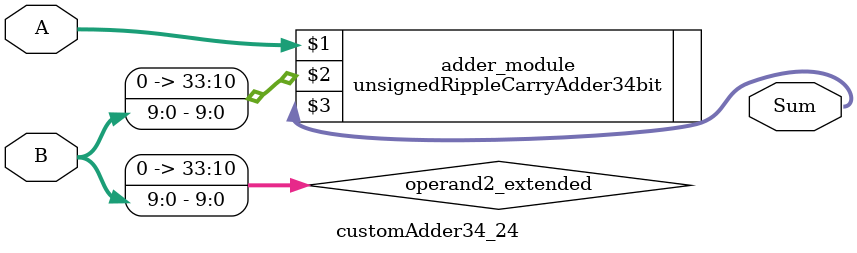
<source format=v>
module customAdder34_24(
                        input [33 : 0] A,
                        input [9 : 0] B,
                        
                        output [34 : 0] Sum
                );

        wire [33 : 0] operand2_extended;
        
        assign operand2_extended =  {24'b0, B};
        
        unsignedRippleCarryAdder34bit adder_module(
            A,
            operand2_extended,
            Sum
        );
        
        endmodule
        
</source>
